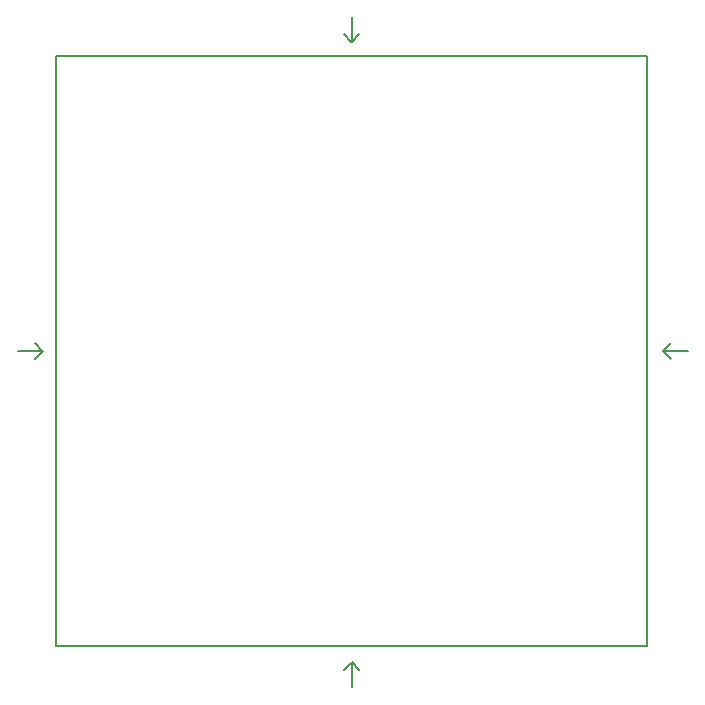
<source format=gko>
%FSTAX44Y44*%
%MOIN*%
%SFA1B1*%

%IPPOS*%
%ADD62C,0.005000*%
%LNrpcb6996130008r01-1*%
%LPD*%
G54D62*
X00019685Y0002559D02*
Y00045275D01*
X0003937*
Y0002559D02*
Y00045275D01*
X00019685Y0002559D02*
X0003937D01*
X00029528Y00024215D02*
Y00025055D01*
X00029268Y00024795D02*
X00029518Y00025045D01*
X00029533Y0002505D02*
X00029788Y00024795D01*
X00029533Y00045729D02*
X00029788Y00045984D01*
X00029268D02*
X00029518Y00045734D01*
X00029528Y00045724D02*
Y00046564D01*
X00018395Y00035432D02*
X00019235D01*
X00018975Y00035692D02*
X00019225Y00035442D01*
X00018975Y00035172D02*
X0001923Y00035427D01*
X0003991D02*
X00040165Y00035172D01*
X00039915Y00035442D02*
X00040165Y00035692D01*
X00039905Y00035432D02*
X00040745D01*
M02*
</source>
